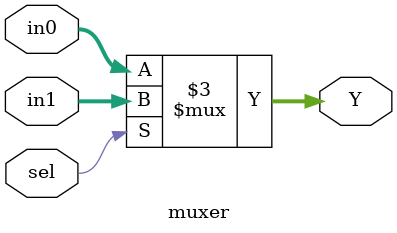
<source format=v>

module muxer(sel, in0, in1, Y);
input [31:0] in0;
input [31:0] in1; 
input sel;
output reg [31:0] Y;

always @(in0 or in1 or sel)
begin

if(sel) 
Y= in1;
else
Y= in0;

end

endmodule 
</source>
